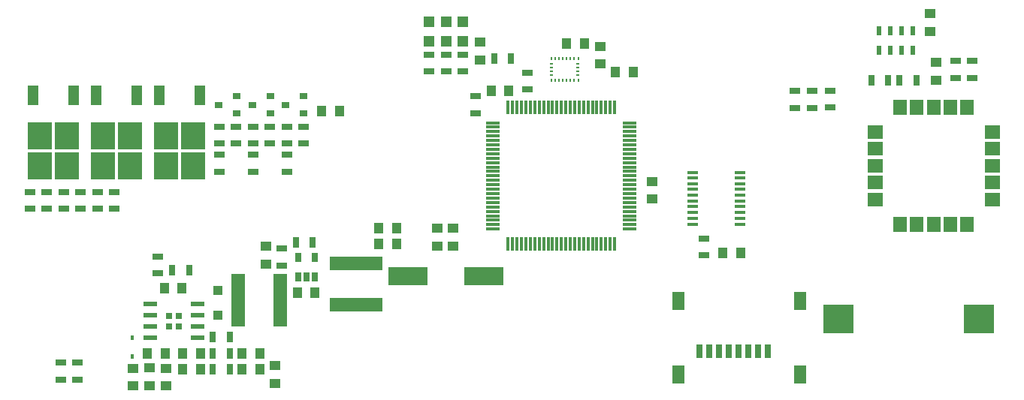
<source format=gbr>
G04 #@! TF.FileFunction,Paste,Top*
%FSLAX46Y46*%
G04 Gerber Fmt 4.6, Leading zero omitted, Abs format (unit mm)*
G04 Created by KiCad (PCBNEW 4.0.7) date 01/31/18 14:47:41*
%MOMM*%
%LPD*%
G01*
G04 APERTURE LIST*
%ADD10C,0.100000*%
%ADD11R,3.500000X3.300000*%
%ADD12R,4.500000X2.000000*%
%ADD13R,1.450000X2.000000*%
%ADD14R,0.800000X1.500000*%
%ADD15R,1.270000X0.406400*%
%ADD16R,1.500000X0.300000*%
%ADD17R,0.300000X1.500000*%
%ADD18R,1.250000X1.000000*%
%ADD19R,0.900000X0.800000*%
%ADD20R,1.500000X1.800000*%
%ADD21R,1.800000X1.500000*%
%ADD22R,1.000000X1.250000*%
%ADD23R,1.200000X1.200000*%
%ADD24R,1.300000X0.700000*%
%ADD25R,0.700000X1.300000*%
%ADD26R,0.600000X1.100000*%
%ADD27R,0.450000X0.600000*%
%ADD28R,1.100000X1.100000*%
%ADD29R,5.900000X1.600000*%
%ADD30R,1.600000X5.900000*%
%ADD31R,1.550000X0.600000*%
%ADD32R,0.705000X0.705000*%
%ADD33R,0.650000X1.060000*%
%ADD34R,0.230000X0.350000*%
%ADD35R,0.350000X0.230000*%
%ADD36R,1.200000X2.200000*%
%ADD37R,2.750000X3.050000*%
G04 APERTURE END LIST*
D10*
D11*
X170281000Y-112141000D03*
X186081000Y-112141000D03*
D12*
X130284800Y-107340400D03*
X121784800Y-107340400D03*
D13*
X152205200Y-118406200D03*
X165955200Y-118406200D03*
X165955200Y-110106200D03*
X152205200Y-110106200D03*
D14*
X154580200Y-115806200D03*
X155680200Y-115806200D03*
X156780200Y-115806200D03*
X157880200Y-115806200D03*
X158980200Y-115806200D03*
X160080200Y-115806200D03*
X161180200Y-115806200D03*
X162280200Y-115806200D03*
D15*
X159131000Y-101447600D03*
X159131000Y-100812600D03*
X159131000Y-100152200D03*
X159131000Y-99491800D03*
X159131000Y-98856800D03*
X159131000Y-98196400D03*
X159131000Y-97536000D03*
X159131000Y-96901000D03*
X159131000Y-96240600D03*
X159131000Y-95605600D03*
X153797000Y-95605600D03*
X153797000Y-96240600D03*
X153797000Y-96901000D03*
X153797000Y-97536000D03*
X153797000Y-98196400D03*
X153797000Y-98856800D03*
X153797000Y-99491800D03*
X153797000Y-100152200D03*
X153797000Y-100812600D03*
X153797000Y-101447600D03*
D16*
X131339600Y-90012000D03*
X131339600Y-90512000D03*
X131339600Y-91012000D03*
X131339600Y-91512000D03*
X131339600Y-92012000D03*
X131339600Y-92512000D03*
X131339600Y-93012000D03*
X131339600Y-93512000D03*
X131339600Y-94012000D03*
X131339600Y-94512000D03*
X131339600Y-95012000D03*
X131339600Y-95512000D03*
X131339600Y-96012000D03*
X131339600Y-96512000D03*
X131339600Y-97012000D03*
X131339600Y-97512000D03*
X131339600Y-98012000D03*
X131339600Y-98512000D03*
X131339600Y-99012000D03*
X131339600Y-99512000D03*
X131339600Y-100012000D03*
X131339600Y-100512000D03*
X131339600Y-101012000D03*
X131339600Y-101512000D03*
X131339600Y-102012000D03*
D17*
X133039600Y-103712000D03*
X133539600Y-103712000D03*
X134039600Y-103712000D03*
X134539600Y-103712000D03*
X135039600Y-103712000D03*
X135539600Y-103712000D03*
X136039600Y-103712000D03*
X136539600Y-103712000D03*
X137039600Y-103712000D03*
X137539600Y-103712000D03*
X138039600Y-103712000D03*
X138539600Y-103712000D03*
X139039600Y-103712000D03*
X139539600Y-103712000D03*
X140039600Y-103712000D03*
X140539600Y-103712000D03*
X141039600Y-103712000D03*
X141539600Y-103712000D03*
X142039600Y-103712000D03*
X142539600Y-103712000D03*
X143039600Y-103712000D03*
X143539600Y-103712000D03*
X144039600Y-103712000D03*
X144539600Y-103712000D03*
X145039600Y-103712000D03*
D16*
X146739600Y-102012000D03*
X146739600Y-101512000D03*
X146739600Y-101012000D03*
X146739600Y-100512000D03*
X146739600Y-100012000D03*
X146739600Y-99512000D03*
X146739600Y-99012000D03*
X146739600Y-98512000D03*
X146739600Y-98012000D03*
X146739600Y-97512000D03*
X146739600Y-97012000D03*
X146739600Y-96512000D03*
X146739600Y-96012000D03*
X146739600Y-95512000D03*
X146739600Y-95012000D03*
X146739600Y-94512000D03*
X146739600Y-94012000D03*
X146739600Y-93512000D03*
X146739600Y-93012000D03*
X146739600Y-92512000D03*
X146739600Y-92012000D03*
X146739600Y-91512000D03*
X146739600Y-91012000D03*
X146739600Y-90512000D03*
X146739600Y-90012000D03*
D17*
X145039600Y-88312000D03*
X144539600Y-88312000D03*
X144039600Y-88312000D03*
X143539600Y-88312000D03*
X143039600Y-88312000D03*
X142539600Y-88312000D03*
X142039600Y-88312000D03*
X141539600Y-88312000D03*
X141039600Y-88312000D03*
X140539600Y-88312000D03*
X140039600Y-88312000D03*
X139539600Y-88312000D03*
X139039600Y-88312000D03*
X138539600Y-88312000D03*
X138039600Y-88312000D03*
X137539600Y-88312000D03*
X137039600Y-88312000D03*
X136539600Y-88312000D03*
X136039600Y-88312000D03*
X135539600Y-88312000D03*
X135039600Y-88312000D03*
X134539600Y-88312000D03*
X134039600Y-88312000D03*
X133539600Y-88312000D03*
X133039600Y-88312000D03*
D18*
X105714800Y-103952800D03*
X105714800Y-105952800D03*
D19*
X102422200Y-88948300D03*
X102422200Y-87048300D03*
X100422200Y-87998300D03*
X109978700Y-88948300D03*
X109978700Y-87048300D03*
X107978700Y-87998300D03*
D20*
X177175000Y-101469000D03*
X179075000Y-101469000D03*
X180975000Y-101469000D03*
X182875000Y-101469000D03*
X184775000Y-101469000D03*
D21*
X187575000Y-98669000D03*
X187575000Y-96769000D03*
X187575000Y-94869000D03*
X187575000Y-92969000D03*
X187575000Y-91069000D03*
D20*
X184775000Y-88269000D03*
X182875000Y-88269000D03*
X180975000Y-88269000D03*
X179075000Y-88269000D03*
X177175000Y-88269000D03*
D21*
X174375000Y-91069000D03*
X174375000Y-92969000D03*
X174375000Y-94869000D03*
X174375000Y-96769000D03*
X174375000Y-98669000D03*
D18*
X126847600Y-103920800D03*
X126847600Y-101920800D03*
X125018800Y-103920800D03*
X125018800Y-101920800D03*
X129895600Y-82940400D03*
X129895600Y-80940400D03*
D22*
X118481600Y-103657400D03*
X120481600Y-103657400D03*
D18*
X149225000Y-98637600D03*
X149225000Y-96637600D03*
D22*
X133105400Y-86385400D03*
X131105400Y-86385400D03*
X159242000Y-104724200D03*
X157242000Y-104724200D03*
D18*
X92608400Y-117694200D03*
X92608400Y-119694200D03*
X94488000Y-117719600D03*
X94488000Y-119719600D03*
D22*
X98383600Y-116052600D03*
X96383600Y-116052600D03*
X98383600Y-117856000D03*
X96383600Y-117856000D03*
D18*
X106730800Y-117414800D03*
X106730800Y-119414800D03*
X180568600Y-79689200D03*
X180568600Y-77689200D03*
X181229000Y-83226400D03*
X181229000Y-85226400D03*
D23*
X127914400Y-80805200D03*
X127914400Y-78605200D03*
X126034800Y-80805200D03*
X126034800Y-78605200D03*
X124155200Y-80805200D03*
X124155200Y-78605200D03*
D24*
X129336800Y-88935600D03*
X129336800Y-87035600D03*
D19*
X106232200Y-88948300D03*
X106232200Y-87048300D03*
X104232200Y-87998300D03*
D25*
X133360200Y-82778600D03*
X131460200Y-82778600D03*
X175879800Y-85217000D03*
X173979800Y-85217000D03*
X179029400Y-85217000D03*
X177129400Y-85217000D03*
D24*
X127914400Y-82311200D03*
X127914400Y-84211200D03*
X93573600Y-105120400D03*
X93573600Y-107020400D03*
D25*
X97089000Y-106654600D03*
X95189000Y-106654600D03*
D24*
X126034800Y-82311200D03*
X126034800Y-84211200D03*
X124155200Y-82311200D03*
X124155200Y-84211200D03*
X169341800Y-86400600D03*
X169341800Y-88300600D03*
X167335200Y-86426000D03*
X167335200Y-88326000D03*
X165328600Y-86426000D03*
X165328600Y-88326000D03*
X106184700Y-90477300D03*
X106184700Y-92377300D03*
X104279700Y-95552300D03*
X104279700Y-93652300D03*
X104279700Y-92377300D03*
X104279700Y-90477300D03*
X82981800Y-99730600D03*
X82981800Y-97830600D03*
X84861400Y-99730600D03*
X84861400Y-97830600D03*
X102374700Y-90477300D03*
X102374700Y-92377300D03*
X100469700Y-95552300D03*
X100469700Y-93652300D03*
X100469700Y-92377300D03*
X100469700Y-90477300D03*
X109994700Y-90477300D03*
X109994700Y-92377300D03*
X79171800Y-99730600D03*
X79171800Y-97830600D03*
X108089700Y-95552300D03*
X108089700Y-93652300D03*
X108089700Y-92377300D03*
X108089700Y-90477300D03*
X81051400Y-99730600D03*
X81051400Y-97830600D03*
X86741000Y-99730600D03*
X86741000Y-97830600D03*
X88620600Y-99730600D03*
X88620600Y-97830600D03*
X183464200Y-83047800D03*
X183464200Y-84947800D03*
X185343800Y-83047800D03*
X185343800Y-84947800D03*
X82600800Y-117083800D03*
X82600800Y-118983800D03*
X84480400Y-118983800D03*
X84480400Y-117083800D03*
D26*
X178612800Y-79654400D03*
X177362800Y-79654400D03*
X176112800Y-79654400D03*
X174862800Y-79654400D03*
X178612800Y-81854400D03*
X177362800Y-81854400D03*
X176112800Y-81854400D03*
X174862800Y-81854400D03*
D22*
X105063800Y-117856000D03*
X103063800Y-117856000D03*
X105063800Y-116027200D03*
X103063800Y-116027200D03*
D25*
X99761000Y-117830600D03*
X101661000Y-117830600D03*
X111033600Y-103479600D03*
X109133600Y-103479600D03*
D24*
X107543600Y-104206000D03*
X107543600Y-106106000D03*
D25*
X101661000Y-114223800D03*
X99761000Y-114223800D03*
X99761000Y-116052600D03*
X101661000Y-116052600D03*
D22*
X118481600Y-101879400D03*
X120481600Y-101879400D03*
X114030000Y-88696800D03*
X112030000Y-88696800D03*
D18*
X90728800Y-117719600D03*
X90728800Y-119719600D03*
D22*
X109286800Y-109220000D03*
X111286800Y-109220000D03*
X92370400Y-116052600D03*
X94370400Y-116052600D03*
X94300800Y-108712000D03*
X96300800Y-108712000D03*
D27*
X90652600Y-114266000D03*
X90652600Y-116366000D03*
D28*
X100330000Y-108937600D03*
X100330000Y-111737600D03*
D29*
X115925600Y-110554000D03*
X115925600Y-105854000D03*
D30*
X102628200Y-110007400D03*
X107328200Y-110007400D03*
D31*
X92677000Y-110464600D03*
X92677000Y-111734600D03*
X92677000Y-113004600D03*
X92677000Y-114274600D03*
X98077000Y-114274600D03*
X98077000Y-113004600D03*
X98077000Y-111734600D03*
X98077000Y-110464600D03*
D32*
X95964500Y-112957100D03*
X95964500Y-111782100D03*
X94789500Y-112957100D03*
X94789500Y-111782100D03*
D33*
X109387600Y-107424400D03*
X110337600Y-107424400D03*
X111287600Y-107424400D03*
X111287600Y-105224400D03*
X109387600Y-105224400D03*
D22*
X145126200Y-84277200D03*
X147126200Y-84277200D03*
D18*
X143383000Y-83397600D03*
X143383000Y-81397600D03*
D22*
X139639800Y-81051400D03*
X141639800Y-81051400D03*
D24*
X135229600Y-86243200D03*
X135229600Y-84343200D03*
D34*
X137915600Y-82798200D03*
D35*
X137945600Y-83378200D03*
X140895600Y-83378200D03*
X137945600Y-83808200D03*
X140895600Y-83808200D03*
X137945600Y-84238200D03*
X140895600Y-84238200D03*
X137945600Y-84668200D03*
X140895600Y-84668200D03*
D34*
X138345600Y-82798200D03*
X138775600Y-82798200D03*
X139205600Y-82798200D03*
X139635600Y-82798200D03*
X140065600Y-82798200D03*
X140495600Y-82798200D03*
X140925600Y-82798200D03*
X137915600Y-85248200D03*
X138345600Y-85248200D03*
X138775600Y-85248200D03*
X139205600Y-85248200D03*
X139635600Y-85248200D03*
X140065600Y-85248200D03*
X140495600Y-85248200D03*
X140925600Y-85248200D03*
D24*
X155117800Y-104988400D03*
X155117800Y-103088400D03*
D36*
X91141900Y-86909800D03*
X86581900Y-86909800D03*
D37*
X87336900Y-94884800D03*
X90386900Y-91534800D03*
X90386900Y-94884800D03*
X87336900Y-91534800D03*
D36*
X84029900Y-86909800D03*
X79469900Y-86909800D03*
D37*
X80224900Y-94884800D03*
X83274900Y-91534800D03*
X83274900Y-94884800D03*
X80224900Y-91534800D03*
D36*
X98253900Y-86909800D03*
X93693900Y-86909800D03*
D37*
X94448900Y-94884800D03*
X97498900Y-91534800D03*
X97498900Y-94884800D03*
X94448900Y-91534800D03*
M02*

</source>
